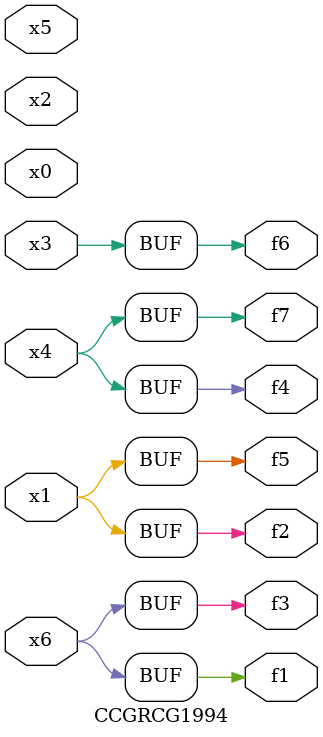
<source format=v>
module CCGRCG1994(
	input x0, x1, x2, x3, x4, x5, x6,
	output f1, f2, f3, f4, f5, f6, f7
);
	assign f1 = x6;
	assign f2 = x1;
	assign f3 = x6;
	assign f4 = x4;
	assign f5 = x1;
	assign f6 = x3;
	assign f7 = x4;
endmodule

</source>
